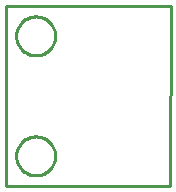
<source format=gbr>
G04 EAGLE Gerber RS-274X export*
G75*
%MOMM*%
%FSLAX34Y34*%
%LPD*%
%IN*%
%IPPOS*%
%AMOC8*
5,1,8,0,0,1.08239X$1,22.5*%
G01*
%ADD10C,0.254000*%


D10*
X0Y0D02*
X139500Y0D01*
X139700Y152400D01*
X0Y152400D01*
X0Y0D01*
X41910Y24860D02*
X41839Y23781D01*
X41698Y22709D01*
X41487Y21649D01*
X41208Y20605D01*
X40860Y19581D01*
X40446Y18583D01*
X39968Y17613D01*
X39428Y16677D01*
X38827Y15778D01*
X38169Y14921D01*
X37457Y14108D01*
X36692Y13344D01*
X35879Y12631D01*
X35022Y11973D01*
X34123Y11372D01*
X33187Y10832D01*
X32217Y10354D01*
X31219Y9940D01*
X30195Y9592D01*
X29151Y9313D01*
X28091Y9102D01*
X27019Y8961D01*
X25940Y8890D01*
X24860Y8890D01*
X23781Y8961D01*
X22709Y9102D01*
X21649Y9313D01*
X20605Y9592D01*
X19581Y9940D01*
X18583Y10354D01*
X17613Y10832D01*
X16677Y11372D01*
X15778Y11973D01*
X14921Y12631D01*
X14108Y13344D01*
X13344Y14108D01*
X12631Y14921D01*
X11973Y15778D01*
X11372Y16677D01*
X10832Y17613D01*
X10354Y18583D01*
X9940Y19581D01*
X9592Y20605D01*
X9313Y21649D01*
X9102Y22709D01*
X8961Y23781D01*
X8890Y24860D01*
X8890Y25940D01*
X8961Y27019D01*
X9102Y28091D01*
X9313Y29151D01*
X9592Y30195D01*
X9940Y31219D01*
X10354Y32217D01*
X10832Y33187D01*
X11372Y34123D01*
X11973Y35022D01*
X12631Y35879D01*
X13344Y36692D01*
X14108Y37457D01*
X14921Y38169D01*
X15778Y38827D01*
X16677Y39428D01*
X17613Y39968D01*
X18583Y40446D01*
X19581Y40860D01*
X20605Y41208D01*
X21649Y41487D01*
X22709Y41698D01*
X23781Y41839D01*
X24860Y41910D01*
X25940Y41910D01*
X27019Y41839D01*
X28091Y41698D01*
X29151Y41487D01*
X30195Y41208D01*
X31219Y40860D01*
X32217Y40446D01*
X33187Y39968D01*
X34123Y39428D01*
X35022Y38827D01*
X35879Y38169D01*
X36692Y37457D01*
X37457Y36692D01*
X38169Y35879D01*
X38827Y35022D01*
X39428Y34123D01*
X39968Y33187D01*
X40446Y32217D01*
X40860Y31219D01*
X41208Y30195D01*
X41487Y29151D01*
X41698Y28091D01*
X41839Y27019D01*
X41910Y25940D01*
X41910Y24860D01*
X41910Y126460D02*
X41839Y125381D01*
X41698Y124309D01*
X41487Y123249D01*
X41208Y122205D01*
X40860Y121181D01*
X40446Y120183D01*
X39968Y119213D01*
X39428Y118277D01*
X38827Y117378D01*
X38169Y116521D01*
X37457Y115708D01*
X36692Y114944D01*
X35879Y114231D01*
X35022Y113573D01*
X34123Y112972D01*
X33187Y112432D01*
X32217Y111954D01*
X31219Y111540D01*
X30195Y111192D01*
X29151Y110913D01*
X28091Y110702D01*
X27019Y110561D01*
X25940Y110490D01*
X24860Y110490D01*
X23781Y110561D01*
X22709Y110702D01*
X21649Y110913D01*
X20605Y111192D01*
X19581Y111540D01*
X18583Y111954D01*
X17613Y112432D01*
X16677Y112972D01*
X15778Y113573D01*
X14921Y114231D01*
X14108Y114944D01*
X13344Y115708D01*
X12631Y116521D01*
X11973Y117378D01*
X11372Y118277D01*
X10832Y119213D01*
X10354Y120183D01*
X9940Y121181D01*
X9592Y122205D01*
X9313Y123249D01*
X9102Y124309D01*
X8961Y125381D01*
X8890Y126460D01*
X8890Y127540D01*
X8961Y128619D01*
X9102Y129691D01*
X9313Y130751D01*
X9592Y131795D01*
X9940Y132819D01*
X10354Y133817D01*
X10832Y134787D01*
X11372Y135723D01*
X11973Y136622D01*
X12631Y137479D01*
X13344Y138292D01*
X14108Y139057D01*
X14921Y139769D01*
X15778Y140427D01*
X16677Y141028D01*
X17613Y141568D01*
X18583Y142046D01*
X19581Y142460D01*
X20605Y142808D01*
X21649Y143087D01*
X22709Y143298D01*
X23781Y143439D01*
X24860Y143510D01*
X25940Y143510D01*
X27019Y143439D01*
X28091Y143298D01*
X29151Y143087D01*
X30195Y142808D01*
X31219Y142460D01*
X32217Y142046D01*
X33187Y141568D01*
X34123Y141028D01*
X35022Y140427D01*
X35879Y139769D01*
X36692Y139057D01*
X37457Y138292D01*
X38169Y137479D01*
X38827Y136622D01*
X39428Y135723D01*
X39968Y134787D01*
X40446Y133817D01*
X40860Y132819D01*
X41208Y131795D01*
X41487Y130751D01*
X41698Y129691D01*
X41839Y128619D01*
X41910Y127540D01*
X41910Y126460D01*
M02*

</source>
